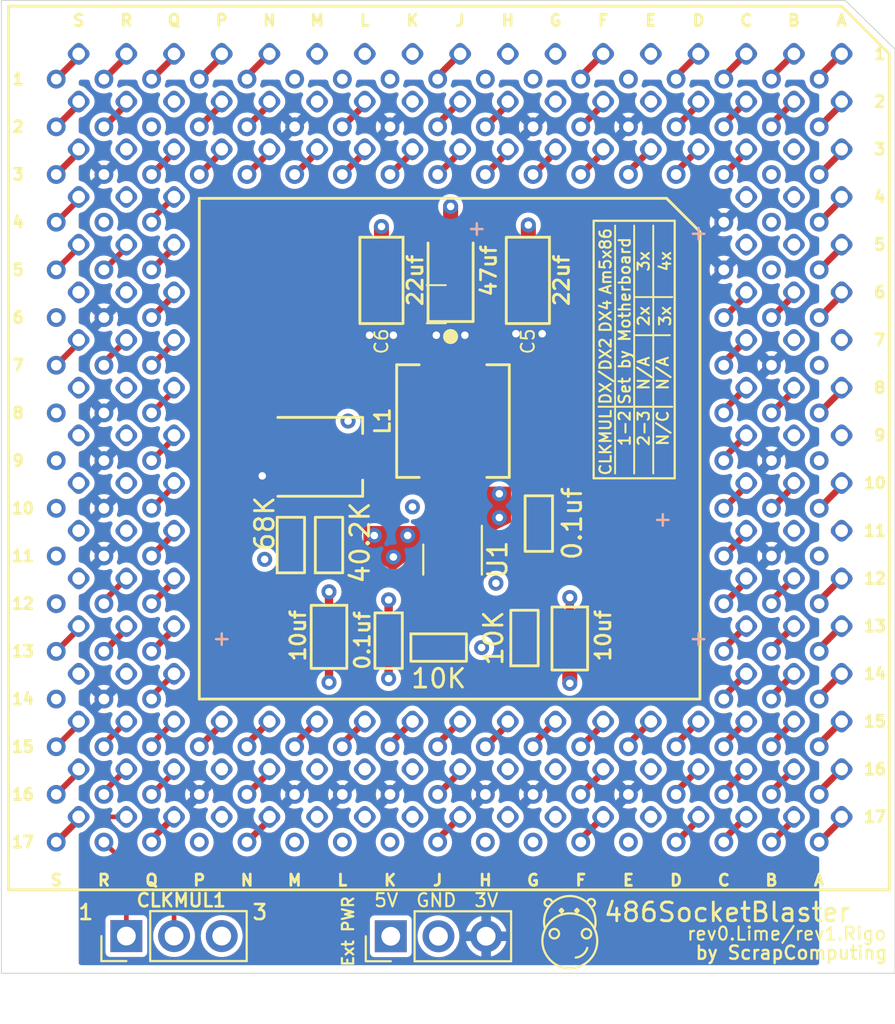
<source format=kicad_pcb>
(kicad_pcb (version 20211014) (generator pcbnew)
  (layers (0 "F.Cu" signal) (1 "In1.Cu" power) (2 "In2.Cu" power) (31 "B.Cu" signal) (34 "B.Paste" user) (35 "F.Paste" user) (36 "B.SilkS" user "B.Silkscreen") (37 "F.SilkS" user "F.Silkscreen") (38 "B.Mask" user) (39 "F.Mask" user) (44 "Edge.Cuts" user))
  (net 0 "")
  (net 1 "GND")
  (net 2 "Vin")
  (net 3 "Vout")
  (net 4 "Net-(CLKMUL1-Pad1)")
  (net 5 "SW")
  (net 6 "Net-(CLKMUL1-Pad2)")
  (net 7 "Net-(R1-Pad2)")
  (net 8 "FBVoltage")
  (net 9 "Net-(Pins1-PadA1)")
  (net 10 "Net-(Pins1-PadA2)")
  (net 11 "Net-(Pins1-PadA3)")
  (net 12 "Net-(Pins1-PadA4)")
  (net 13 "Net-(Pins1-PadA5)")
  (net 14 "Net-(Pins1-PadA6)")
  (net 15 "Net-(Pins1-PadA8)")
  (net 16 "Net-(Pins1-PadA10)")
  (net 17 "Net-(Pins1-PadA12)")
  (net 18 "Net-(Pins1-PadA13)")
  (net 19 "Net-(Pins1-PadA14)")
  (net 20 "Net-(Pins1-PadA15)")
  (net 21 "Net-(Pins1-PadA16)")
  (net 22 "Net-(Pins1-PadA17)")
  (net 23 "Net-(Pins1-PadB1)")
  (net 24 "Net-(Pins1-PadB2)")
  (net 25 "Net-(Pins1-PadB6)")
  (net 26 "Net-(Pins1-PadB8)")
  (net 27 "Net-(Pins1-PadB10)")
  (net 28 "Net-(Pins1-PadB12)")
  (net 29 "Net-(Pins1-PadB13)")
  (net 30 "Net-(Pins1-PadB14)")
  (net 31 "Net-(Pins1-PadB15)")
  (net 32 "Net-(Pins1-PadB16)")
  (net 33 "Net-(Pins1-PadB17)")
  (net 34 "Net-(Pins1-PadC1)")
  (net 35 "Net-(Pins1-PadC2)")
  (net 36 "Net-(Pins1-PadC3)")
  (net 37 "Net-(Pins1-PadC6)")
  (net 38 "Net-(Pins1-PadC7)")
  (net 39 "Net-(Pins1-PadC8)")
  (net 40 "Net-(Pins1-PadC9)")
  (net 41 "Net-(Pins1-PadC10)")
  (net 42 "Net-(Pins1-PadC11)")
  (net 43 "Net-(Pins1-PadC12)")
  (net 44 "Net-(Pins1-PadC13)")
  (net 45 "Net-(Pins1-PadC14)")
  (net 46 "Net-(Pins1-PadC15)")
  (net 47 "Net-(Pins1-PadC16)")
  (net 48 "Net-(Pins1-PadC17)")
  (net 49 "Net-(Pins1-PadD1)")
  (net 50 "Net-(Pins1-PadD2)")
  (net 51 "Net-(Pins1-PadD3)")
  (net 52 "Net-(Pins1-PadD15)")
  (net 53 "Net-(Pins1-PadD16)")
  (net 54 "Net-(Pins1-PadD17)")
  (net 55 "Net-(Pins1-PadE3)")
  (net 56 "Net-(Pins1-PadE15)")
  (net 57 "Net-(Pins1-PadF1)")
  (net 58 "Net-(Pins1-PadF2)")
  (net 59 "Net-(Pins1-PadF3)")
  (net 60 "Net-(Pins1-PadF15)")
  (net 61 "Net-(Pins1-PadF16)")
  (net 62 "Net-(Pins1-PadF17)")
  (net 63 "Net-(Pins1-PadG3)")
  (net 64 "Net-(Pins1-PadG15)")
  (net 65 "Net-(Pins1-PadH2)")
  (net 66 "Net-(Pins1-PadH3)")
  (net 67 "Net-(Pins1-PadH15)")
  (net 68 "Net-(Pins1-PadJ1)")
  (net 69 "Net-(Pins1-PadJ2)")
  (net 70 "Net-(Pins1-PadJ3)")
  (net 71 "Net-(Pins1-PadJ15)")
  (net 72 "Net-(Pins1-PadJ16)")
  (net 73 "Net-(Pins1-PadJ17)")
  (net 74 "Net-(Pins1-PadK3)")
  (net 75 "Net-(Pins1-PadK15)")
  (net 76 "Net-(Pins1-PadL2)")
  (net 77 "Net-(Pins1-PadL3)")
  (net 78 "Net-(Pins1-PadL15)")
  (net 79 "Net-(Pins1-PadM3)")
  (net 80 "Net-(Pins1-PadM15)")
  (net 81 "Net-(Pins1-PadN1)")
  (net 82 "Net-(Pins1-PadN2)")
  (net 83 "Net-(Pins1-PadN3)")
  (net 84 "Net-(Pins1-PadN15)")
  (net 85 "Net-(Pins1-PadN16)")
  (net 86 "Net-(Pins1-PadN17)")
  (net 87 "Net-(Pins1-PadP1)")
  (net 88 "Net-(Pins1-PadP2)")
  (net 89 "Net-(Pins1-PadP3)")
  (net 90 "Net-(Pins1-PadP15)")
  (net 91 "Net-(Pins1-PadQ1)")
  (net 92 "Net-(Pins1-PadQ3)")
  (net 93 "Net-(Pins1-PadQ4)")
  (net 94 "Net-(Pins1-PadQ5)")
  (net 95 "Net-(Pins1-PadQ6)")
  (net 96 "Net-(Pins1-PadQ7)")
  (net 97 "Net-(Pins1-PadQ8)")
  (net 98 "Net-(Pins1-PadQ9)")
  (net 99 "Net-(Pins1-PadQ10)")
  (net 100 "Net-(Pins1-PadQ11)")
  (net 101 "Net-(Pins1-PadQ12)")
  (net 102 "Net-(Pins1-PadQ13)")
  (net 103 "Net-(Pins1-PadQ14)")
  (net 104 "Net-(Pins1-PadQ15)")
  (net 105 "Net-(Pins1-PadQ16)")
  (net 106 "Net-(Pins1-PadQ17)")
  (net 107 "Net-(Pins1-PadR1)")
  (net 108 "Net-(Pins1-PadR2)")
  (net 109 "Net-(Pins1-PadR5)")
  (net 110 "Net-(Pins1-PadR7)")
  (net 111 "Net-(Pins1-PadR12)")
  (net 112 "Net-(Pins1-PadR13)")
  (net 113 "Net-(Pins1-PadR15)")
  (net 114 "Net-(Pins1-PadR16)")
  (net 115 "Net-(Pins1-PadS1)")
  (net 116 "Net-(Pins1-PadS2)")
  (net 117 "Net-(Pins1-PadS3)")
  (net 118 "Net-(Pins1-PadS4)")
  (net 119 "Net-(Pins1-PadS5)")
  (net 120 "Net-(Pins1-PadS7)")
  (net 121 "Net-(Pins1-PadS13)")
  (net 122 "Net-(Pins1-PadS15)")
  (net 123 "Net-(Pins1-PadS16)")
  (net 124 "Net-(Pins1-PadS17)")
  (net 125 "Net-(C4-Pad2)")
  (net 127 "/trim")
  (footprint "486SocketBlaster:486_168pga_socket" (layer "F.Cu") (at 141.045001 33.095001)
    (fp_text reference "Top1" hide)
    (fp_text value "486")
  )
  (footprint "486SocketBlaster:486_168pga_pins" (layer "F.Cu") (at 142.24 31.75)
    (fp_text reference "Pins1")
    (fp_text value "486Pins")
  )
  (footprint "Connector_PinHeader_2.54mm:PinHeader_1x03_P2.54mm_Vertical" (layer "F.Cu") (at 104.14 78.74 90)
    (fp_text reference "CLKMUL1")
    (fp_text value "CLKMUL")
  )
  (footprint "486SocketBlaster:R_0603_1608Metric" (layer "F.Cu") (at 120.777 63.373)
    (fp_text reference "R3" hide)
    (fp_text value "10K")
  )
  (footprint "Connector_PinHeader_2.54mm:PinHeader_1x03_P2.54mm_Vertical" (layer "F.Cu") (at 118.225 78.75 90)
    (fp_text reference "ExtPwr1" hide)
    (fp_text value "Conn_01x03")
  )
  (footprint "486SocketBlaster:C_1206_3216Metric" (layer "F.Cu") (at 125.527999 43.815 -90)
    (fp_text reference "C5")
    (fp_text value "22uf")
  )
  (footprint "486SocketBlaster:C_1206_3216Metric" (layer "F.Cu") (at 117.729 43.815 -90)
    (fp_text reference "C6")
    (fp_text value "22uf")
  )
  (footprint "486SocketBlaster:R_0603_1608Metric" (layer "F.Cu") (at 125.349 62.865 90)
    (fp_text reference "R1" hide)
    (fp_text value "10K")
  )
  (footprint "Package_TO_SOT_SMD:SOT-23-6" (layer "F.Cu") (at 121.516588 58.685953 -90)
    (fp_text reference "U1")
    (fp_text value "TPS563200")
  )
  (footprint "486SocketBlaster:tinySMDpot" (layer "F.Cu") (at 114.628 53.213 180)
    (fp_text reference "RV1")
    (fp_text value "100K")
  )
  (footprint "486SocketBlaster:C_0603_1608Metric" (layer "F.Cu") (at 118.11 63.005 -90)
    (fp_text reference "C3")
    (fp_text value "0.1uf")
  )
  (footprint "486SocketBlaster:C_0805_2012Metric" (layer "F.Cu") (at 127.762 62.8904 -90)
    (fp_text reference "C2")
    (fp_text value "10uf")
  )
  (footprint "486SocketBlaster:CP_EIA-3216-12_Kemet-S_Pad1.58x1.35mm_HandSolder" (layer "F.Cu") (at 121.412 43.307 90)
    (fp_text reference "C7" hide)
    (fp_text value "47uf")
  )
  (footprint "486SocketBlaster:R_0603_1608Metric" (layer "F.Cu") (at 112.903 57.912 90)
    (fp_text reference "R2" hide)
    (fp_text value "68K")
  )
  (footprint "486SocketBlaster:L_5.5x5.5" (layer "F.Cu") (at 121.538995 51.308 90)
    (fp_text reference "L1")
    (fp_text value "3.3uh")
  )
  (footprint "486SocketBlaster:R_0603_1608Metric" (layer "F.Cu") (at 114.935 57.912 90)
    (fp_text reference "R4")
    (fp_text value "40.2K")
  )
  (footprint "486SocketBlaster:C_0805_2012Metric" (layer "F.Cu") (at 114.935 62.8024 -90)
    (fp_text reference "C1")
    (fp_text value "10uf")
  )
  (footprint "486SocketBlaster:C_0603_1608Metric" (layer "F.Cu") (at 126.111 56.769 -90)
    (fp_text reference "C4" hide)
    (fp_text value "0.1uf")
  )
  (gr_arc (start 126.618999 77.162803) (mid 126.456101 76.844588) (end 126.809499 76.898501) (layer "F.SilkS") (width 0.12))
  (gr_circle (center 128.651 78.613) (end 128.651 78.359) (layer "F.SilkS") (width 0.12) (fill none))
  (gr_circle (center 126.9365 78.613) (end 126.9365 78.867) (layer "F.SilkS") (width 0.12) (fill none))
  (gr_arc (start 128.692666 79.369045) (mid 128.466554 79.722027) (end 128.0795 79.883) (layer "F.SilkS") (width 0.12))
  (gr_circle (center 127.762 78.994) (end 126.9365 77.7875) (layer "F.SilkS") (width 0.12) (fill none))
  (gr_arc (start 126.4285 78.2955) (mid 127.762 76.607223) (end 129.0955 78.2955) (layer "F.SilkS") (width 0.12))
  (gr_line (start 121.158 46.101) (end 120.142 46.101) (layer "F.SilkS") (width 0.1))
  (gr_line (start 133.223 50.546) (end 129.286 50.546) (layer "F.SilkS") (width 0.1))
  (gr_line (start 131.191 46.736) (end 133.096 46.736) (layer "F.SilkS") (width 0.1))
  (gr_line (start 131.191 44.704) (end 133.223 44.704) (layer "F.SilkS") (width 0.1))
  (gr_line (start 131.191 54.102) (end 131.191 40.894) (layer "F.SilkS") (width 0.1))
  (gr_line (start 130.175 54.102) (end 130.175 40.894) (layer "F.SilkS") (width 0.1))
  (gr_line (start 132.207 54.102) (end 132.207 40.894) (layer "F.SilkS") (width 0.1))
  (gr_line (start 121.158 44.069) (end 120.142 44.069) (layer "F.SilkS") (width 0.1))
  (gr_line (start 133.35 54.356) (end 129.032 54.356) (layer "F.SilkS") (width 0.12))
  (gr_line (start 144.653 76.275001) (end 144.78 76.275001) (layer "F.SilkS") (width 0.15))
  (gr_line (start 129.032 40.64) (end 133.35 40.64) (layer "F.SilkS") (width 0.12))
  (gr_line (start 98.425 29.21) (end 97.865001 29.21) (layer "F.SilkS") (width 0.15))
  (gr_line (start 144.78 76.2) (end 144.78 76.275001) (layer "F.SilkS") (width 0.15))
  (gr_line (start 129.032 54.356) (end 129.032 40.64) (layer "F.SilkS") (width 0.12))
  (gr_line (start 133.35 40.64) (end 133.35 54.356) (layer "F.SilkS") (width 0.12))
  (gr_line (start 97.865001 29.285001) (end 97.865001 29.21) (layer "F.SilkS") (width 0.15))
  (gr_arc (start 128.704197 76.961999) (mid 129.022412 76.799101) (end 128.968499 77.152499) (layer "F.SilkS") (width 0.12))
  (gr_line (start 97.4852 28.9052) (end 97.4852 80.7212) (layer "Edge.Cuts") (width 0.05))
  (gr_line (start 145.0848 80.7212) (end 97.4852 80.7212) (layer "Edge.Cuts") (width 0.05))
  (gr_line (start 97.4852 28.9052) (end 142.4432 28.9052) (layer "Edge.Cuts") (width 0.05))
  (gr_line (start 145.0848 31.496) (end 145.0848 80.7212) (layer "Edge.Cuts") (width 0.05))
  (gr_line (start 142.4432 28.9052) (end 145.0848 31.496) (layer "Edge.Cuts") (width 0.05))
  (gr_text "+" (at 134.62 41.275) (layer "B.SilkS") (effects (font (size 0.8 0.8) (thickness 0.13)) (justify mirror)))
  (gr_text "+" (at 122.809 41.021) (layer "B.SilkS") (effects (font (size 0.8 0.8) (thickness 0.13)) (justify mirror)))
  (gr_text "+" (at 134.62 62.865) (layer "B.SilkS") (effects (font (size 0.8 0.8) (thickness 0.13)) (justify mirror)))
  (gr_text "+" (at 109.22 62.865) (layer "B.SilkS") (effects (font (size 0.8 0.8) (thickness 0.13)) (justify mirror)))
  (gr_text "+" (at 132.715 56.515) (layer "B.SilkS") (effects (font (size 0.8 0.8) (thickness 0.13)) (justify mirror)))
  (gr_text "GND" (at 120.65 76.835) (layer "F.SilkS") (effects (font (size 0.7 0.7) (thickness 0.11))))
  (gr_text "3V" (at 123.317 76.835) (layer "F.SilkS") (effects (font (size 0.7 0.7) (thickness 0.11))))
  (gr_text "." (at 128.143 76.7715) (layer "F.SilkS") (effects (font (size 1.5 1.5))))
  (gr_text "." (at 127.3175 76.7715) (layer "F.SilkS") (effects (font (size 1.5 1.5))))
  (gr_text "Am5x86" (at 129.667 42.799 90) (layer "F.SilkS") (effects (font (size 0.6 0.6) (thickness 0.11))))
  (gr_text "N/A" (at 132.714999 48.768 90) (layer "F.SilkS") (effects (font (size 0.6 0.6) (thickness 0.11))))
  (gr_text "4x" (at 132.842 42.799001 90) (layer "F.SilkS") (effects (font (size 0.6 0.6) (thickness 0.11))))
  (gr_text "Set by Motherboard" (at 130.683 45.974 90) (layer "F.SilkS") (effects (font (size 0.6 0.6) (thickness 0.11))))
  (gr_text "DX4" (at 129.667001 45.720001 90) (layer "F.SilkS") (effects (font (size 0.6 0.6) (thickness 0.11))))
  (gr_text "3x" (at 131.699 42.799 90) (layer "F.SilkS") (effects (font (size 0.6 0.6) (thickness 0.11))))
  (gr_text "2x" (at 131.699 45.72 90) (layer "F.SilkS") (effects (font (size 0.6 0.6) (thickness 0.11))))
  (gr_text "1-2" (at 130.683 51.688999 90) (layer "F.SilkS") (effects (font (size 0.6 0.6) (thickness 0.11))))
  (gr_text "DX/DX2" (at 129.667 48.640999 90) (layer "F.SilkS") (effects (font (size 0.6 0.6) (thickness 0.11))))
  (gr_text "N/C" (at 132.715 51.688999 90) (layer "F.SilkS") (effects (font (size 0.6 0.6) (thickness 0.11))))
  (gr_text "N/A" (at 131.699 48.768 90) (layer "F.SilkS") (effects (font (size 0.6 0.6) (thickness 0.11))))
  (gr_text "2-3" (at 131.699 51.689 90) (layer "F.SilkS") (effects (font (size 0.6 0.6) (thickness 0.11))))
  (gr_text "3x" (at 132.842001 45.72 90) (layer "F.SilkS") (effects (font (size 0.6 0.6) (thickness 0.11))))
  (gr_text "Ext PWR" (at 115.951 78.486 90) (layer "F.SilkS") (effects (font (size 0.6 0.6) (thickness 0.12))))
  (gr_text "3" (at 111.252 77.47) (layer "F.SilkS") (effects (font (size 0.8 0.8) (thickness 0.14))))
  (gr_text "rev0.Lime/rev1.Rigo" (at 139.319 78.613) (layer "F.SilkS") (effects (font (size 0.7 0.7) (thickness 0.11))))
  (gr_text "486SocketBlaster" (at 136.144 77.47) (layer "F.SilkS") (effects (font (size 1 1))))
  (gr_text "by ScrapComputing" (at 139.573 79.629) (layer "F.SilkS") (effects (font (size 0.7 0.7) (thickness 0.13))))
  (gr_text "1" (at 101.981 77.47) (layer "F.SilkS") (effects (font (size 0.8 0.8) (thickness 0.14))))
  (gr_text "CLKMUL" (at 129.667 52.451 90) (layer "F.SilkS") (effects (font (size 0.6 0.6) (thickness 0.11))))
  (gr_text "5V" (at 117.983 76.835) (layer "F.SilkS") (effects (font (size 0.7 0.7) (thickness 0.11))))
  (segment (start 118.859 62.23) (end 120.002 63.373) (width 0.45) (layer "F.Cu") (net 1))
  (segment (start 117.729 40.9448) (end 117.729 42.34) (width 0.8) (layer "F.Cu") (net 1))
  (segment (start 121.412 41.782) (end 121.412 39.878) (width 0.8) (layer "F.Cu") (net 1))
  (segment (start 114.935 61.8524) (end 114.935 60.3996) (width 0.45) (layer "F.Cu") (net 1))
  (segment (start 125.553399 40.864801) (end 125.553399 42.3616) (width 0.8) (layer "F.Cu") (net 1))
  (segment (start 127.762 61.9404) (end 127.762 60.706) (width 0.45) (layer "F.Cu") (net 1))
  (segment (start 118.11 62.23) (end 118.859 62.23) (width 0.45) (layer "F.Cu") (net 1))
  (segment (start 118.11 60.833) (end 118.11 62.23) (width 0.45) (layer "F.Cu") (net 1))
  (via (at 118.11 60.833) (size 0.8) (drill 0.4) (layers "F.Cu" "B.Cu") (net 1))
  (via (at 119.38 55.88) (size 0.8) (drill 0.4) (layers "F.Cu" "B.Cu") (net 1))
  (via (at 121.412 39.878) (size 0.8) (drill 0.4) (layers "F.Cu" "B.Cu") (net 1))
  (via (at 125.553399 40.864801) (size 0.8) (drill 0.4) (layers "F.Cu" "B.Cu") (net 1))
  (via (at 127.762 60.706) (size 0.8) (drill 0.4) (layers "F.Cu" "B.Cu") (net 1))
  (via (at 117.729 40.9448) (size 0.8) (drill 0.4) (layers "F.Cu" "B.Cu") (net 1))
  (via (at 114.935 60.3996) (size 0.8) (drill 0.4) (layers "F.Cu" "B.Cu") (net 1))
  (via (at 124.005788 55.180753) (size 0.8) (drill 0.4) (layers "F.Cu" "B.Cu") (net 1))
  (via (at 115.951 51.308) (size 0.8) (drill 0.4) (layers "F.Cu" "B.Cu") (net 1))
  (via (at 111.506 58.674) (size 0.8) (drill 0.4) (layers "F.Cu" "B.Cu") (net 1))
  (via (at 123.825 59.944) (size 0.8) (drill 0.4) (layers "F.Cu" "B.Cu") (net 1))
  (via (at 124.005788 56.450753) (size 0.8) (drill 0.4) (layers "F.Cu" "B.Cu") (net 1))
  (via (at 123.063 63.373) (size 0.8) (drill 0.4) (layers "F.Cu" "B.Cu") (net 1))
  (segment (start 118.11 63.78) (end 118.11 65.024) (width 0.45) (layer "F.Cu") (net 2))
  (segment (start 127.762 63.8404) (end 127.762 65.278) (width 0.8) (layer "F.Cu") (net 2))
  (segment (start 125.349 63.64) (end 127.5616 63.64) (width 0.45) (layer "F.Cu") (net 2))
  (segment (start 114.935 63.7524) (end 114.935 65.2256) (width 0.45) (layer "F.Cu") (net 2))
  (via (at 127.762 65.278) (size 0.8) (drill 0.4) (layers "F.Cu" "B.Cu") (net 2))
  (via (at 114.935 65.2256) (size 0.8) (drill 0.4) (layers "F.Cu" "B.Cu") (net 2))
  (via (at 119.126 57.404) (size 0.8) (drill 0.4) (layers "F.Cu" "B.Cu") (net 2))
  (via (at 118.364 58.547) (size 0.8) (drill 0.4) (layers "F.Cu" "B.Cu") (net 2))
  (via (at 117.348 57.404) (size 0.8) (drill 0.4) (layers "F.Cu" "B.Cu") (net 2))
  (via (at 118.11 65.024) (size 0.8) (drill 0.4) (layers "F.Cu" "B.Cu") (net 2))
  (segment (start 112.903 57.137) (end 112.903 54.288) (width 0.8) (layer "F.Cu") (net 3))
  (segment (start 112.828 54.213) (end 111.395 54.213) (width 0.8) (layer "F.Cu") (net 3))
  (segment (start 112.903 54.288) (end 112.828 54.213) (width 0.8) (layer "F.Cu") (net 3))
  (segment (start 111.395 54.213) (end 111.379 54.229) (width 0.8) (layer "F.Cu") (net 3))
  (via (at 126.289999 46.656001) (size 0.8) (drill 0.4) (layers "F.Cu" "B.Cu") (net 3))
  (via (at 120.65 46.736) (size 0.8) (drill 0.4) (layers "F.Cu" "B.Cu") (net 3))
  (via (at 118.364 46.736) (size 0.8) (drill 0.4) (layers "F.Cu" "B.Cu") (net 3))
  (via (at 124.892999 46.656001) (size 0.8) (drill 0.4) (layers "F.Cu" "B.Cu") (net 3))
  (via (at 111.379 54.229) (size 0.8) (drill 0.4) (layers "F.Cu" "B.Cu") (net 3))
  (via (at 117.094 46.736) (size 0.8) (drill 0.4) (layers "F.Cu" "B.Cu") (net 3))
  (via (at 122.174 46.736) (size 0.8) (drill 0.4) (layers "F.Cu" "B.Cu") (net 3))
  (segment (start 101.981 73.406) (end 102.997 72.39) (width 0.25) (layer "F.Cu") (net 4))
  (segment (start 102.997 72.39) (end 104.14 72.39) (width 0.25) (layer "F.Cu") (net 4))
  (segment (start 104.14 76.708) (end 101.981 74.549) (width 0.25) (layer "F.Cu") (net 4))
  (segment (start 101.981 74.549) (end 101.981 73.406) (width 0.25) (layer "F.Cu") (net 4))
  (segment (start 104.14 78.74) (end 104.14 76.708) (width 0.25) (layer "F.Cu") (net 4))
  (segment (start 126.111 55.626) (end 126.111 55.994) (width 0.31) (layer "F.Cu") (net 5))
  (segment (start 124.293 53.808) (end 126.111 55.626) (width 0.31) (layer "F.Cu") (net 5))
  (segment (start 121.538995 53.808) (end 124.293 53.808) (width 0.31) (layer "F.Cu") (net 5))
  (segment (start 106.68 77.47) (end 106.68 78.74) (width 0.25) (layer "F.Cu") (net 6))
  (segment (start 102.945001 73.735001) (end 106.68 77.47) (width 0.25) (layer "F.Cu") (net 6))
  (segment (start 121.516588 59.823453) (end 121.516588 60.810588) (width 0.45) (layer "F.Cu") (net 7))
  (segment (start 121.516588 60.810588) (end 122.796 62.09) (width 0.45) (layer "F.Cu") (net 7))
  (segment (start 122.796 62.09) (end 125.349 62.09) (width 0.45) (layer "F.Cu") (net 7))
  (segment (start 120.566588 61.384588) (end 121.552 62.37) (width 0.45) (layer "F.Cu") (net 8))
  (segment (start 121.552 62.37) (end 121.552 63.373) (width 0.45) (layer "F.Cu") (net 8))
  (segment (start 120.433135 59.69) (end 115.938 59.69) (width 0.45) (layer "F.Cu") (net 8))
  (segment (start 115.938 59.69) (end 114.935 58.687) (width 0.45) (layer "F.Cu") (net 8))
  (segment (start 114.935 58.687) (end 112.903 58.687) (width 0.45) (layer "F.Cu") (net 8))
  (segment (start 120.566588 59.823453) (end 120.566588 61.384588) (width 0.45) (layer "F.Cu") (net 8))
  (segment (start 120.566588 59.823453) (end 120.433135 59.69) (width 0.45) (layer "F.Cu") (net 8))
  (segment (start 141.045001 32.944999) (end 142.24 31.75) (width 0.35) (layer "F.Cu") (net 9))
  (segment (start 142.24 34.440002) (end 141.045001 35.635001) (width 0.35) (layer "F.Cu") (net 10))
  (segment (start 142.24 36.980002) (end 141.045001 38.175001) (width 0.35) (layer "F.Cu") (net 11))
  (segment (start 142.24 39.520002) (end 141.045001 40.715001) (width 0.35) (layer "F.Cu") (net 12))
  (segment (start 142.24 42.060002) (end 141.045001 43.255001) (width 0.35) (layer "F.Cu") (net 13))
  (segment (start 142.24 44.600002) (end 141.045001 45.795001) (width 0.35) (layer "F.Cu") (net 14))
  (segment (start 142.24 49.680002) (end 141.045001 50.875001) (width 0.35) (layer "F.Cu") (net 15))
  (segment (start 142.24 54.760002) (end 141.045001 55.955001) (width 0.35) (layer "F.Cu") (net 16))
  (segment (start 141.045001 60.884999) (end 142.24 59.69) (width 0.35) (layer "F.Cu") (net 17))
  (segment (start 141.045001 63.424999) (end 142.24 62.23) (width 0.35) (layer "F.Cu") (net 18))
  (segment (start 141.045001 65.964999) (end 142.24 64.77) (width 0.35) (layer "F.Cu") (net 19))
  (segment (start 141.045001 68.504999) (end 142.24 67.31) (width 0.35) (layer "F.Cu") (net 20))
  (segment (start 141.045001 71.044999) (end 142.24 69.85) (width 0.35) (layer "F.Cu") (net 21))
  (segment (start 142.24 72.540002) (end 141.045001 73.735001) (width 0.35) (layer "F.Cu") (net 22))
  (segment (start 138.505001 32.944999) (end 139.7 31.75) (width 0.35) (layer "F.Cu") (net 23))
  (segment (start 138.505001 35.484999) (end 139.7 34.29) (width 0.35) (layer "F.Cu") (net 24))
  (segment (start 139.7 44.600002) (end 138.505001 45.795001) (width 0.35) (layer "F.Cu") (net 25))
  (segment (start 139.7 49.680002) (end 138.505001 50.875001) (width 0.35) (layer "F.Cu") (net 26))
  (segment (start 139.7 54.760002) (end 138.505001 55.955001) (width 0.35) (layer "F.Cu") (net 27))
  (segment (start 138.505001 60.884999) (end 139.7 59.69) (width 0.35) (layer "F.Cu") (net 28))
  (segment (start 138.505001 63.424999) (end 139.7 62.23) (width 0.35) (layer "F.Cu") (net 29))
  (segment (start 138.505001 65.964999) (end 139.7 64.77) (width 0.35) (layer "F.Cu") (net 30))
  (segment (start 138.505001 68.504999) (end 139.7 67.31) (width 0.35) (layer "F.Cu") (net 31))
  (segment (start 138.505001 71.044999) (end 139.7 69.85) (width 0.35) (layer "F.Cu") (net 32))
  (segment (start 139.7 72.540002) (end 138.505001 73.735001) (width 0.35) (layer "F.Cu") (net 33))
  (segment (start 135.965001 32.944999) (end 137.16 31.75) (width 0.35) (layer "F.Cu") (net 34))
  (segment (start 135.965001 35.484999) (end 137.16 34.29) (width 0.35) (layer "F.Cu") (net 35))
  (segment (start 137.16 36.980002) (end 135.965001 38.175001) (width 0.35) (layer "F.Cu") (net 36))
  (segment (start 137.16 44.600002) (end 135.965001 45.795001) (width 0.35) (layer "F.Cu") (net 37))
  (segment (start 135.965001 48.184999) (end 137.16 46.99) (width 0.35) (layer "F.Cu") (net 38))
  (segment (start 135.965001 50.724999) (end 137.16 49.53) (width 0.35) (layer "F.Cu") (net 39))
  (segment (start 135.965001 53.264999) (end 137.16 52.07) (width 0.35) (layer "F.Cu") (net 40))
  (segment (start 137.16 54.760002) (end 135.965001 55.955001) (width 0.35) (layer "F.Cu") (net 41))
  (segment (start 137.16 57.300002) (end 135.965001 58.495001) (width 0.35) (layer "F.Cu") (net 42))
  (segment (start 137.16 59.840002) (end 135.965001 61.035001) (width 0.35) (layer "F.Cu") (net 43))
  (segment (start 135.965001 63.424999) (end 137.16 62.23) (width 0.35) (layer "F.Cu") (net 44))
  (segment (start 135.965001 65.964999) (end 137.16 64.77) (width 0.35) (layer "F.Cu") (net 45))
  (segment (start 135.965001 68.504999) (end 137.16 67.31) (width 0.35) (layer "F.Cu") (net 46))
  (segment (start 135.965001 71.044999) (end 137.16 69.85) (width 0.35) (layer "F.Cu") (net 47))
  (segment (start 135.965001 73.584999) (end 137.16 72.39) (width 0.35) (layer "F.Cu") (net 48))
  (segment (start 133.425001 32.944999) (end 134.62 31.75) (width 0.35) (layer "F.Cu") (net 49))
  (segment (start 134.62 34.440002) (end 133.425001 35.635001) (width 0.35) (layer "F.Cu") (net 50))
  (segment (start 133.425001 38.024999) (end 134.62 36.83) (width 0.35) (layer "F.Cu") (net 51))
  (segment (start 133.425001 68.504999) (end 134.62 67.31) (width 0.35) (layer "F.Cu") (net 52))
  (segment (start 133.425001 71.044999) (end 134.62 69.85) (width 0.35) (layer "F.Cu") (net 53))
  (segment (start 134.62 72.540002) (end 133.425001 73.735001) (width 0.35) (layer "F.Cu") (net 54))
  (segment (start 130.885001 38.024999) (end 132.08 36.83) (width 0.35) (layer "F.Cu") (net 55))
  (segment (start 130.885001 68.504999) (end 132.08 67.31) (width 0.35) (layer "F.Cu") (net 56))
  (segment (start 128.345001 32.944999) (end 129.54 31.75) (width 0.35) (layer "F.Cu") (net 57))
  (segment (start 129.54 34.440002) (end 128.345001 35.635001) (width 0.35) (layer "F.Cu") (net 58))
  (segment (start 129.54 36.980002) (end 128.345001 38.175001) (width 0.35) (layer "F.Cu") (net 59))
  (segment (start 129.54 67.460002) (end 128.345001 68.655001) (width 0.35) (layer "F.Cu") (net 60))
  (segment (start 129.54 70.000002) (end 128.345001 71.195001) (width 0.35) (layer "F.Cu") (net 61))
  (segment (start 128.345001 73.584999) (end 129.54 72.39) (width 0.35) (layer "F.Cu") (net 62))
  (segment (start 127 36.980002) (end 125.805001 38.175001) (width 0.35) (layer "F.Cu") (net 63))
  (segment (start 125.805001 68.504999) (end 127 67.31) (width 0.35) (layer "F.Cu") (net 64))
  (segment (start 124.46 34.440002) (end 123.265001 35.635001) (width 0.35) (layer "F.Cu") (net 65))
  (segment (start 124.46 36.980002) (end 123.265001 38.175001) (width 0.35) (layer "F.Cu") (net 66))
  (segment (start 124.46 67.460002) (end 123.265001 68.655001) (width 0.35) (layer "F.Cu") (net 67))
  (segment (start 120.725001 32.944999) (end 121.92 31.75) (width 0.35) (layer "F.Cu") (net 68))
  (segment (start 120.725001 35.484999) (end 121.92 34.29) (width 0.35) (layer "F.Cu") (net 69))
  (segment (start 121.92 36.980002) (end 120.800002 38.1) (width 0.35) (layer "F.Cu") (net 70))
  (segment (start 120.725001 68.504999) (end 121.92 67.31) (width 0.35) (layer "F.Cu") (net 71))
  (segment (start 121.92 70.000002) (end 120.725001 71.195001) (width 0.35) (layer "F.Cu") (net 72))
  (segment (start 120.725001 73.584999) (end 121.92 72.39) (width 0.35) (layer "F.Cu") (net 73))
  (segment (start 119.38 36.980002) (end 118.185001 38.175001) (width 0.35) (layer "F.Cu") (net 74))
  (segment (start 118.185001 68.504999) (end 119.38 67.31) (width 0.35) (layer "F.Cu") (net 75))
  (segment (start 116.84 34.440002) (end 115.645001 35.635001) (width 0.35) (layer "F.Cu") (net 76))
  (segment (start 116.84 36.980002) (end 115.645001 38.175001) (width 0.35) (layer "F.Cu") (net 77))
  (segment (start 115.645001 68.504999) (end 116.84 67.31) (width 0.35) (layer "F.Cu") (net 78))
  (segment (start 114.3 36.980002) (end 113.105001 38.175001) (width 0.35) (layer "F.Cu") (net 79))
  (segment (start 113.105001 68.504999) (end 114.3 67.31) (width 0.35) (layer "F.Cu") (net 80))
  (segment (start 110.565001 32.944999) (end 111.76 31.75) (width 0.35) (layer "F.Cu") (net 81))
  (segment (start 111.76 34.440002) (end 110.565001 35.635001) (width 0.35) (layer "F.Cu") (net 82))
  (segment (start 111.76 36.980002) (end 110.565001 38.175001) (width 0.35) (layer "F.Cu") (net 83))
  (segment (start 110.565001 68.504999) (end 111.76 67.31) (width 0.35) (layer "F.Cu") (net 84))
  (segment (start 111.76 70.000002) (end 110.565001 71.195001) (width 0.35) (layer "F.Cu") (net 85))
  (segment (start 111.76 72.540002) (end 110.565001 73.735001) (width 0.35) (layer "F.Cu") (net 86))
  (segment (start 109.22 31.900002) (end 108.025001 33.095001) (width 0.35) (layer "F.Cu") (net 87))
  (segment (start 109.22 34.440002) (end 108.025001 35.635001) (width 0.35) (layer "F.Cu") (net 88))
  (segment (start 109.22 36.980002) (end 108.025001 38.175001) (width 0.35) (layer "F.Cu") (net 89))
  (segment (start 109.22 67.460002) (end 108.025001 68.655001) (width 0.35) (layer "F.Cu") (net 90))
  (segment (start 106.68 31.900002) (end 105.485001 33.095001) (width 0.35) (layer "F.Cu") (net 91))
  (segment (start 106.68 36.980002) (end 105.485001 38.175001) (width 0.35) (layer "F.Cu") (net 92))
  (segment (start 105.485001 40.564999) (end 106.68 39.37) (width 0.31) (layer "F.Cu") (net 93))
  (segment (start 106.68 42.060002) (end 105.485001 43.255001) (width 0.35) (layer "F.Cu") (net 94))
  (segment (start 106.68 44.600002) (end 105.485001 45.795001) (width 0.35) (layer "F.Cu") (net 95))
  (segment (start 106.68 47.140002) (end 105.485001 48.335001) (width 0.31) (layer "F.Cu") (net 96))
  (segment (start 106.68 49.680002) (end 105.485001 50.875001) (width 0.31) (layer "F.Cu") (net 97))
  (segment (start 106.68 52.220002) (end 105.485001 53.415001) (width 0.31) (layer "F.Cu") (net 98))
  (segment (start 106.68 54.760002) (end 105.485001 55.955001) (width 0.31) (layer "F.Cu") (net 99))
  (segment (start 106.68 57.300002) (end 105.485001 58.495001) (width 0.35) (layer "F.Cu") (net 100))
  (segment (start 106.68 59.840002) (end 105.485001 61.035001) (width 0.35) (layer "F.Cu") (net 101))
  (segment (start 106.68 62.380002) (end 105.485001 63.575001) (width 0.35) (layer "F.Cu") (net 102))
  (segment (start 105.485001 65.964999) (end 106.68 64.77) (width 0.31) (layer "F.Cu") (net 103))
  (segment (start 105.485001 68.504999) (end 106.68 67.31) (width 0.31) (layer "F.Cu") (net 104))
  (segment (start 106.68 70.000002) (end 105.485001 71.195001) (width 0.31) (layer "F.Cu") (net 105))
  (segment (start 105.485001 73.584999) (end 106.68 72.39) (width 0.35) (layer "F.Cu") (net 106))
  (segment (start 104.14 31.900002) (end 102.945001 33.095001) (width 0.35) (layer "F.Cu") (net 107))
  (segment (start 104.14 34.440002) (end 102.945001 35.635001) (width 0.35) (layer "F.Cu") (net 108))
  (segment (start 104.14 42.060002) (end 102.945001 43.255001) (width 0.31) (layer "F.Cu") (net 109))
  (segment (start 102.945001 48.184999) (end 104.14 46.99) (width 0.31) (layer "F.Cu") (net 110))
  (segment (start 102.945001 60.884999) (end 104.14 59.69) (width 0.31) (layer "F.Cu") (net 111))
  (segment (start 104.14 62.380002) (end 102.945001 63.575001) (width 0.35) (layer "F.Cu") (net 112))
  (segment (start 102.945001 68.504999) (end 104.14 67.31) (width 0.31) (layer "F.Cu") (net 113))
  (segment (start 102.945001 71.044999) (end 104.14 69.85) (width 0.31) (layer "F.Cu") (net 114))
  (segment (start 101.6 31.900002) (end 100.405001 33.095001) (width 0.35) (layer "F.Cu") (net 115))
  (segment (start 101.6 34.440002) (end 100.405001 35.635001) (width 0.35) (layer "F.Cu") (net 116))
  (segment (start 101.6 36.980002) (end 100.405001 38.175001) (width 0.35) (layer "F.Cu") (net 117))
  (segment (start 101.6 39.520002) (end 100.405001 40.715001) (width 0.31) (layer "F.Cu") (net 118))
  (segment (start 101.6 42.060002) (end 100.405001 43.255001) (width 0.31) (layer "F.Cu") (net 119))
  (segment (start 101.6 47.140002) (end 100.405001 48.335001) (width 0.31) (layer "F.Cu") (net 120))
  (segment (start 101.6 62.380002) (end 100.405001 63.575001) (width 0.31) (layer "F.Cu") (net 121))
  (segment (start 101.6 67.460002) (end 100.405001 68.655001) (width 0.31) (layer "F.Cu") (net 122))
  (segment (start 101.6 70.000002) (end 100.405001 71.195001) (width 0.31) (layer "F.Cu") (net 123))
  (segment (start 101.6 72.540002) (end 100.405001 73.735001) (width 0.35) (layer "F.Cu") (net 124))
  (segment (start 125.1455 57.544) (end 122.866047 59.823453) (width 0.31) (layer "F.Cu") (net 125))
  (segment (start 126.111 57.544) (end 125.1455 57.544) (width 0.31) (layer "F.Cu") (net 125))
  (segment (start 122.866047 59.823453) (end 122.466588 59.823453) (width 0.31) (layer "F.Cu") (net 125))
  (segment (start 116.078 54.737) (end 116.078 53.213) (width 0.25) (layer "F.Cu") (net 127))
  (segment (start 114.935 57.137) (end 114.935 55.88) (width 0.25) (layer "F.Cu") (net 127))
  (segment (start 114.935 55.88) (end 116.078 54.737) (width 0.25) (layer "F.Cu") (net 127))
  (zone (net 3) (net_name "Vout") (layer "F.Cu") (name "VOUT") (connect_pads (clearance 0.26)) (min_thickness 0.254) (fill yes (thermal_gap 0.254) (thermal_bridge_width 0.512))
    (polygon (pts (xy 127.127 47.244) (xy 123.063 50.292) (xy 120.015 50.292) (xy 116.205 47.244) (xy 116.205 44.577) (xy 127.127 44.577)))
  )
  (zone (net 1) (net_name "GND") (layer "F.Cu") (name "GND_TOP") (priority 4) (connect_pads yes (clearance 0.26)) (min_thickness 0.254) (fill yes (thermal_gap 0.254) (thermal_bridge_width 0.512))
    (polygon (pts (xy 122.809 57.593753) (xy 122.809 58.228753) (xy 122.227788 58.228753) (xy 122.227788 56.704753) (xy 123.317 54.799753) (xy 124.640788 54.799754) (xy 124.640788 56.704753)))
  )
  (zone (net 5) (net_name "SW") (layer "F.Cu") (name "SW_TOP") (priority 3) (connect_pads yes (clearance 0.26)) (min_thickness 0.254) (fill yes (thermal_gap 0.254) (thermal_bridge_width 0.512))
    (polygon (pts (xy 123.19 54.483) (xy 122.047 56.642) (xy 122.047 58.293) (xy 121.031 58.293) (xy 121.031 56.642) (xy 119.888 54.483) (xy 119.888 52.705) (xy 123.19 52.705)))
  )
  (zone (net 2) (net_name "Vin") (layer "F.Cu") (name "VIN_TOP") (priority 2) (connect_pads yes (clearance 0.26)) (min_thickness 0.254) (fill yes (thermal_gap 0.254) (thermal_bridge_width 0.512))
    (polygon (pts (xy 120.904 58.293) (xy 119.634 58.293) (xy 118.364 59.309) (xy 116.766788 58.293) (xy 116.766788 56.895999) (xy 120.904 56.896)))
  )
  (zone (net 3) (net_name "Vout") (layer "B.Cu") (name "VOUT") (connect_pads (clearance 0.26)) (min_thickness 0.254) (fill yes (thermal_gap 0.254) (thermal_bridge_width 0.512))
    (polygon (pts (xy 141.0462 80.2894) (xy 101.6 80.2894) (xy 101.6 33.1216) (xy 141.0462 33.1216)))
  )
)
</source>
